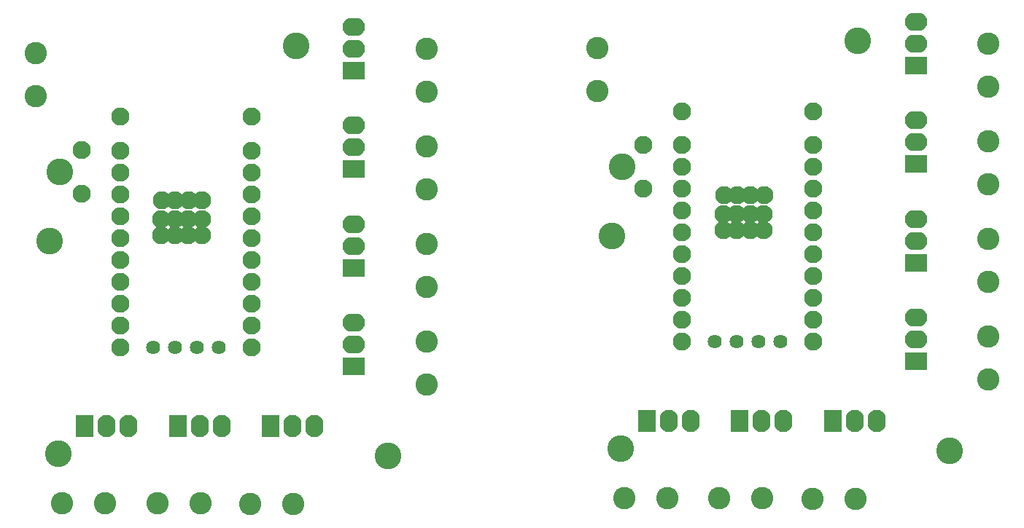
<source format=gts>
G04 Layer: TopSolderMaskLayer*
G04 EasyEDA v6.5.22, 2022-12-30 10:19:24*
G04 cc661ac33e424cae800a4ac99e05d963,5dd06754fdd742daa6fe38bf62b7df6b,10*
G04 Gerber Generator version 0.2*
G04 Scale: 100 percent, Rotated: No, Reflected: No *
G04 Dimensions in millimeters *
G04 leading zeros omitted , absolute positions ,4 integer and 5 decimal *
%FSLAX45Y45*%
%MOMM*%

%AMMACRO1*1,1,$1,$2,$3*1,1,$1,$4,$5*1,1,$1,0-$2,0-$3*1,1,$1,0-$4,0-$5*20,1,$1,$2,$3,$4,$5,0*20,1,$1,$4,$5,0-$2,0-$3,0*20,1,$1,0-$2,0-$3,0-$4,0-$5,0*20,1,$1,0-$4,0-$5,$2,$3,0*4,1,4,$2,$3,$4,$5,0-$2,0-$3,0-$4,0-$5,$2,$3,0*%
%ADD10C,2.6016*%
%ADD11C,2.1016*%
%ADD12C,1.6256*%
%ADD13C,3.1016*%
%ADD14MACRO1,0.1016X-1.0008X1.2497X1.0008X1.2497*%
%ADD15O,2.101596X2.601595*%
%ADD16MACRO1,0.1016X-1.2497X-1.0008X-1.2497X1.0008*%
%ADD17O,2.601595X2.101596*%
%ADD18R,2.6016X2.1016*%

%LPD*%
D10*
G01*
X9982395Y1019815D03*
G01*
X10482394Y1019815D03*
G01*
X8902895Y1032515D03*
G01*
X9402894Y1032515D03*
G01*
X7797995Y1032515D03*
G01*
X8297994Y1032515D03*
G01*
X12029457Y2408102D03*
G01*
X12029457Y2908101D03*
G01*
X12029457Y5811702D03*
G01*
X12029457Y6311701D03*
G01*
X12029457Y3542644D03*
G01*
X12029457Y4042643D03*
G01*
X12029457Y4677186D03*
G01*
X12029457Y5177185D03*
D11*
G01*
X9996103Y5525419D03*
G01*
X9996103Y5132405D03*
G01*
X9996103Y4878405D03*
G01*
X9996103Y4624405D03*
G01*
X9996103Y4370405D03*
G01*
X9996103Y4116405D03*
G01*
X9996103Y3862405D03*
G01*
X9996103Y3608405D03*
G01*
X9996103Y3354405D03*
G01*
X9996103Y3100405D03*
G01*
X9996103Y2846405D03*
D12*
G01*
X9615103Y2846405D03*
G01*
X9361103Y2846405D03*
G01*
X9107103Y2846405D03*
G01*
X8853103Y2846405D03*
D11*
G01*
X8472103Y2846405D03*
G01*
X8472103Y3100405D03*
G01*
X8472103Y3354405D03*
G01*
X8472103Y3608405D03*
G01*
X8472103Y3862405D03*
G01*
X8472103Y4116405D03*
G01*
X8472103Y4370405D03*
G01*
X8472103Y4624405D03*
G01*
X8472103Y4878405D03*
G01*
X8472103Y5132405D03*
G01*
X8472103Y5525419D03*
G01*
X8024708Y4626615D03*
D13*
G01*
X7774721Y4880615D03*
D11*
G01*
X8024708Y5134615D03*
D14*
G01*
X10219700Y1927865D03*
D15*
G01*
X10727707Y1927867D03*
G01*
X10473707Y1927867D03*
D14*
G01*
X9140200Y1927865D03*
D15*
G01*
X9648207Y1927867D03*
G01*
X9394207Y1927867D03*
D14*
G01*
X8060700Y1927865D03*
D15*
G01*
X8568707Y1927865D03*
G01*
X8314707Y1927865D03*
D16*
G01*
X11184900Y2620015D03*
D17*
G01*
X11184907Y3128022D03*
G01*
X11184907Y2874022D03*
D16*
G01*
X11184900Y3767249D03*
D17*
G01*
X11184907Y4275239D03*
G01*
X11184907Y4021239D03*
D18*
G01*
X11184907Y4914480D03*
D17*
G01*
X11184907Y5422480D03*
G01*
X11184907Y5168480D03*
D16*
G01*
X11184900Y6061715D03*
D17*
G01*
X11184907Y6569722D03*
G01*
X11184907Y6315722D03*
D10*
G01*
X7491308Y5760902D03*
G01*
X7491308Y6260901D03*
G01*
X967308Y5699937D03*
G01*
X967308Y6199936D03*
D16*
G01*
X4660900Y6000750D03*
D17*
G01*
X4660907Y6508757D03*
G01*
X4660907Y6254757D03*
D18*
G01*
X4660907Y4853515D03*
D17*
G01*
X4660907Y5361515D03*
G01*
X4660907Y5107515D03*
D16*
G01*
X4660900Y3706284D03*
D17*
G01*
X4660907Y4214274D03*
G01*
X4660907Y3960274D03*
D16*
G01*
X4660900Y2559050D03*
D17*
G01*
X4660907Y3067057D03*
G01*
X4660907Y2813057D03*
D14*
G01*
X1536700Y1866900D03*
D15*
G01*
X2044707Y1866900D03*
G01*
X1790707Y1866900D03*
D14*
G01*
X2616200Y1866900D03*
D15*
G01*
X3124207Y1866902D03*
G01*
X2870207Y1866902D03*
D14*
G01*
X3695700Y1866900D03*
D15*
G01*
X4203707Y1866902D03*
G01*
X3949707Y1866902D03*
D11*
G01*
X1500708Y4565650D03*
D13*
G01*
X1250721Y4819650D03*
D11*
G01*
X1500708Y5073650D03*
G01*
X3472103Y5464454D03*
G01*
X3472103Y5071440D03*
G01*
X3472103Y4817440D03*
G01*
X3472103Y4563440D03*
G01*
X3472103Y4309440D03*
G01*
X3472103Y4055440D03*
G01*
X3472103Y3801440D03*
G01*
X3472103Y3547440D03*
G01*
X3472103Y3293440D03*
G01*
X3472103Y3039440D03*
G01*
X3472103Y2785440D03*
D12*
G01*
X3091103Y2785440D03*
G01*
X2837103Y2785440D03*
G01*
X2583103Y2785440D03*
G01*
X2329103Y2785440D03*
D11*
G01*
X1948103Y2785440D03*
G01*
X1948103Y3039440D03*
G01*
X1948103Y3293440D03*
G01*
X1948103Y3547440D03*
G01*
X1948103Y3801440D03*
G01*
X1948103Y4055440D03*
G01*
X1948103Y4309440D03*
G01*
X1948103Y4563440D03*
G01*
X1948103Y4817440D03*
G01*
X1948103Y5071440D03*
G01*
X1948103Y5464454D03*
D10*
G01*
X5505457Y4616221D03*
G01*
X5505457Y5116220D03*
G01*
X5505457Y3481679D03*
G01*
X5505457Y3981678D03*
G01*
X5505457Y5750737D03*
G01*
X5505457Y6250736D03*
G01*
X5505457Y2347137D03*
G01*
X5505457Y2847136D03*
G01*
X1273995Y971550D03*
G01*
X1773994Y971550D03*
G01*
X2378895Y971550D03*
G01*
X2878894Y971550D03*
G01*
X3458395Y958850D03*
G01*
X3958394Y958850D03*
D13*
G01*
X1130300Y4019550D03*
G01*
X3989908Y6286500D03*
G01*
X1231900Y1543050D03*
G01*
X5054600Y1517650D03*
D11*
G01*
X2433421Y4489450D03*
G01*
X2745308Y4489450D03*
G01*
X2589377Y4489450D03*
G01*
X2901238Y4489450D03*
G01*
X2427808Y4273550D03*
G01*
X2583738Y4273550D03*
G01*
X2739669Y4273550D03*
G01*
X2895600Y4273550D03*
G01*
X2427808Y4083050D03*
G01*
X2583738Y4083050D03*
G01*
X2739669Y4083050D03*
G01*
X2895600Y4083050D03*
G01*
X9419600Y4144015D03*
G01*
X9263669Y4144015D03*
G01*
X9107738Y4144015D03*
G01*
X8951808Y4144015D03*
G01*
X9419600Y4334515D03*
G01*
X9263669Y4334515D03*
G01*
X9107738Y4334515D03*
G01*
X8951808Y4334515D03*
G01*
X9425238Y4550415D03*
G01*
X9113377Y4550415D03*
G01*
X9269308Y4550415D03*
G01*
X8957421Y4550415D03*
D13*
G01*
X11578600Y1578615D03*
G01*
X7755900Y1604015D03*
G01*
X10513908Y6347465D03*
G01*
X7654300Y4080515D03*
M02*

</source>
